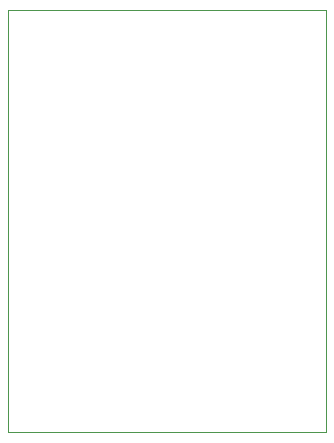
<source format=gm1>
%TF.GenerationSoftware,KiCad,Pcbnew,9.0.2*%
%TF.CreationDate,2025-07-17T17:12:15-04:00*%
%TF.ProjectId,boitier_arme,626f6974-6965-4725-9f61-726d652e6b69,rev?*%
%TF.SameCoordinates,Original*%
%TF.FileFunction,Profile,NP*%
%FSLAX46Y46*%
G04 Gerber Fmt 4.6, Leading zero omitted, Abs format (unit mm)*
G04 Created by KiCad (PCBNEW 9.0.2) date 2025-07-17 17:12:15*
%MOMM*%
%LPD*%
G01*
G04 APERTURE LIST*
%TA.AperFunction,Profile*%
%ADD10C,0.050000*%
%TD*%
G04 APERTURE END LIST*
D10*
X134030000Y-72410000D02*
X160920000Y-72410000D01*
X160920000Y-108110000D01*
X134030000Y-108110000D01*
X134030000Y-72410000D01*
M02*

</source>
